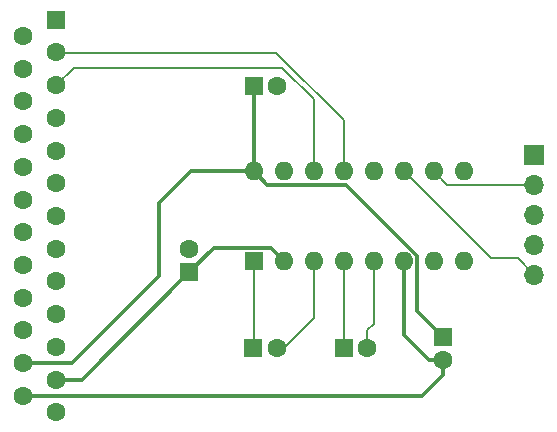
<source format=gbr>
%TF.GenerationSoftware,KiCad,Pcbnew,(6.0.2)*%
%TF.CreationDate,2022-02-18T17:48:51-06:00*%
%TF.ProjectId,RS232TTL_Adaper,52533233-3254-4544-9c5f-416461706572,rev?*%
%TF.SameCoordinates,Original*%
%TF.FileFunction,Copper,L1,Top*%
%TF.FilePolarity,Positive*%
%FSLAX46Y46*%
G04 Gerber Fmt 4.6, Leading zero omitted, Abs format (unit mm)*
G04 Created by KiCad (PCBNEW (6.0.2)) date 2022-02-18 17:48:51*
%MOMM*%
%LPD*%
G01*
G04 APERTURE LIST*
%TA.AperFunction,ComponentPad*%
%ADD10R,1.600000X1.600000*%
%TD*%
%TA.AperFunction,ComponentPad*%
%ADD11O,1.600000X1.600000*%
%TD*%
%TA.AperFunction,ComponentPad*%
%ADD12O,1.700000X1.700000*%
%TD*%
%TA.AperFunction,ComponentPad*%
%ADD13R,1.700000X1.700000*%
%TD*%
%TA.AperFunction,ComponentPad*%
%ADD14C,1.600000*%
%TD*%
%TA.AperFunction,Conductor*%
%ADD15C,0.304800*%
%TD*%
%TA.AperFunction,Conductor*%
%ADD16C,0.152400*%
%TD*%
G04 APERTURE END LIST*
D10*
%TO.P,U1,1,C1+*%
%TO.N,Net-(C1-Pad1)*%
X118237000Y-110363000D03*
D11*
%TO.P,U1,2,VS+*%
%TO.N,/VS+*%
X120777000Y-110363000D03*
%TO.P,U1,3,C1-*%
%TO.N,Net-(C1-Pad2)*%
X123317000Y-110363000D03*
%TO.P,U1,4,C2+*%
%TO.N,Net-(C2-Pad1)*%
X125857000Y-110363000D03*
%TO.P,U1,5,C2-*%
%TO.N,Net-(C2-Pad2)*%
X128397000Y-110363000D03*
%TO.P,U1,6,VS-*%
%TO.N,/VS-*%
X130937000Y-110363000D03*
%TO.P,U1,7,T2OUT*%
%TO.N,/CTS_232*%
X133477000Y-110363000D03*
%TO.P,U1,8,R2IN*%
%TO.N,/RTS_232*%
X136017000Y-110363000D03*
%TO.P,U1,9,R2OUT*%
%TO.N,/RTS_TTL*%
X136017000Y-102743000D03*
%TO.P,U1,10,T2IN*%
%TO.N,/CTS_TTL*%
X133477000Y-102743000D03*
%TO.P,U1,11,T1IN*%
%TO.N,/RX_TTL*%
X130937000Y-102743000D03*
%TO.P,U1,12,R1OUT*%
%TO.N,/TX_TTL*%
X128397000Y-102743000D03*
%TO.P,U1,13,R1IN*%
%TO.N,/TX_232*%
X125857000Y-102743000D03*
%TO.P,U1,14,T1OUT*%
%TO.N,/RX_232*%
X123317000Y-102743000D03*
%TO.P,U1,15,GND*%
%TO.N,GND*%
X120777000Y-102743000D03*
%TO.P,U1,16,VCC*%
%TO.N,+5V*%
X118237000Y-102743000D03*
%TD*%
D12*
%TO.P,J2,5,Pin_5*%
%TO.N,/RX_TTL*%
X141986000Y-111511000D03*
%TO.P,J2,4,Pin_4*%
%TO.N,/TX_TTL*%
X141986000Y-108971000D03*
%TO.P,J2,3,Pin_3*%
%TO.N,/RTS_TTL*%
X141986000Y-106431000D03*
%TO.P,J2,2,Pin_2*%
%TO.N,/CTS_TTL*%
X141986000Y-103891000D03*
D13*
%TO.P,J2,1,Pin_1*%
%TO.N,GND*%
X141986000Y-101351000D03*
%TD*%
D14*
%TO.P,J1,25,P25*%
%TO.N,/VS-*%
X98677331Y-121783000D03*
%TO.P,J1,24,P24*%
%TO.N,+5V*%
X98677331Y-119013000D03*
%TO.P,J1,23,P23*%
%TO.N,unconnected-(J1-Pad23)*%
X98677331Y-116243000D03*
%TO.P,J1,22,P22*%
%TO.N,unconnected-(J1-Pad22)*%
X98677331Y-113473000D03*
%TO.P,J1,21,P21*%
%TO.N,unconnected-(J1-Pad21)*%
X98677331Y-110703000D03*
%TO.P,J1,20,P20*%
%TO.N,unconnected-(J1-Pad20)*%
X98677331Y-107933000D03*
%TO.P,J1,19,P19*%
%TO.N,unconnected-(J1-Pad19)*%
X98677331Y-105163000D03*
%TO.P,J1,18,P18*%
%TO.N,unconnected-(J1-Pad18)*%
X98677331Y-102393000D03*
%TO.P,J1,17,P17*%
%TO.N,unconnected-(J1-Pad17)*%
X98677331Y-99623000D03*
%TO.P,J1,16,P16*%
%TO.N,unconnected-(J1-Pad16)*%
X98677331Y-96853000D03*
%TO.P,J1,15,P15*%
%TO.N,unconnected-(J1-Pad15)*%
X98677331Y-94083000D03*
%TO.P,J1,14,P14*%
%TO.N,unconnected-(J1-Pad14)*%
X98677331Y-91313000D03*
%TO.P,J1,13,13*%
%TO.N,unconnected-(J1-Pad13)*%
X101517331Y-123168000D03*
%TO.P,J1,12,12*%
%TO.N,/VS+*%
X101517331Y-120398000D03*
%TO.P,J1,11,11*%
%TO.N,unconnected-(J1-Pad11)*%
X101517331Y-117628000D03*
%TO.P,J1,10,10*%
%TO.N,unconnected-(J1-Pad10)*%
X101517331Y-114858000D03*
%TO.P,J1,9,9*%
%TO.N,unconnected-(J1-Pad9)*%
X101517331Y-112088000D03*
%TO.P,J1,8,8*%
%TO.N,unconnected-(J1-Pad8)*%
X101517331Y-109318000D03*
%TO.P,J1,7,7*%
%TO.N,GND*%
X101517331Y-106548000D03*
%TO.P,J1,6,6*%
%TO.N,unconnected-(J1-Pad6)*%
X101517331Y-103778000D03*
%TO.P,J1,5,5*%
%TO.N,/CTS_232*%
X101517331Y-101008000D03*
%TO.P,J1,4,4*%
%TO.N,/RTS_232*%
X101517331Y-98238000D03*
%TO.P,J1,3,3*%
%TO.N,/RX_232*%
X101517331Y-95468000D03*
%TO.P,J1,2,2*%
%TO.N,/TX_232*%
X101517331Y-92698000D03*
D10*
%TO.P,J1,1,1*%
%TO.N,unconnected-(J1-Pad1)*%
X101517331Y-89928000D03*
%TD*%
%TO.P,C5,1*%
%TO.N,+5V*%
X118237000Y-95504000D03*
D14*
%TO.P,C5,2*%
%TO.N,GND*%
X120237000Y-95504000D03*
%TD*%
D10*
%TO.P,C4,1*%
%TO.N,+5V*%
X134239000Y-116773888D03*
D14*
%TO.P,C4,2*%
%TO.N,/VS-*%
X134239000Y-118773888D03*
%TD*%
D10*
%TO.P,C3,1*%
%TO.N,/VS+*%
X112776000Y-111318113D03*
D14*
%TO.P,C3,2*%
%TO.N,GND*%
X112776000Y-109318113D03*
%TD*%
D10*
%TO.P,C2,1*%
%TO.N,Net-(C2-Pad1)*%
X125857000Y-117729000D03*
D14*
%TO.P,C2,2*%
%TO.N,Net-(C2-Pad2)*%
X127857000Y-117729000D03*
%TD*%
%TO.P,C1,2*%
%TO.N,Net-(C1-Pad2)*%
X120170888Y-117729000D03*
D10*
%TO.P,C1,1*%
%TO.N,Net-(C1-Pad1)*%
X118170888Y-117729000D03*
%TD*%
D15*
%TO.N,+5V*%
X110236000Y-111633000D02*
X110236000Y-105410000D01*
X102856000Y-119013000D02*
X110236000Y-111633000D01*
X112903000Y-102743000D02*
X118237000Y-102743000D01*
X98677331Y-119013000D02*
X102856000Y-119013000D01*
X110236000Y-105410000D02*
X112903000Y-102743000D01*
%TO.N,/VS+*%
X114835424Y-109258689D02*
X112776000Y-111318113D01*
X120777000Y-110363000D02*
X119672689Y-109258689D01*
X119672689Y-109258689D02*
X114835424Y-109258689D01*
%TO.N,/VS-*%
X133107630Y-118773888D02*
X134239000Y-118773888D01*
X130937000Y-116603258D02*
X133107630Y-118773888D01*
X130937000Y-110363000D02*
X130937000Y-116603258D01*
X132461000Y-121793000D02*
X134239000Y-120015000D01*
X125290628Y-121783000D02*
X125300628Y-121793000D01*
X134239000Y-120015000D02*
X134239000Y-118773888D01*
X125300628Y-121793000D02*
X132461000Y-121793000D01*
X98677331Y-121783000D02*
X125290628Y-121783000D01*
%TO.N,+5V*%
X119380000Y-103886000D02*
X118237000Y-102743000D01*
X134239000Y-116773884D02*
X132061509Y-114596393D01*
X132061509Y-114596393D02*
X132061509Y-109897215D01*
X132061509Y-109897215D02*
X126050294Y-103886000D01*
X126050294Y-103886000D02*
X119380000Y-103886000D01*
D16*
%TO.N,/TX_232*%
X125857000Y-98425000D02*
X125857000Y-102743000D01*
X120142000Y-92710000D02*
X125857000Y-98425000D01*
X101529331Y-92710000D02*
X120142000Y-92710000D01*
%TO.N,/RX_232*%
X123317000Y-102743000D02*
X123317000Y-96647000D01*
X120650000Y-93980000D02*
X123317000Y-96647000D01*
X103005331Y-93980000D02*
X120650000Y-93980000D01*
X101517331Y-95468000D02*
X103005331Y-93980000D01*
%TO.N,Net-(C2-Pad1)*%
X125857000Y-110363000D02*
X125857000Y-117729000D01*
D15*
%TO.N,+5V*%
X118237000Y-102743000D02*
X118237000Y-95504000D01*
%TO.N,/VS+*%
X103696113Y-120398000D02*
X112776000Y-111318113D01*
X101517331Y-120398000D02*
X103696113Y-120398000D01*
D16*
%TO.N,/RX_TTL*%
X130937000Y-102743000D02*
X138339511Y-110145511D01*
X138339511Y-110145511D02*
X140620511Y-110145511D01*
X140620511Y-110145511D02*
X141986000Y-111511000D01*
%TO.N,/CTS_TTL*%
X134625000Y-103891000D02*
X141986000Y-103891000D01*
X133477000Y-102743000D02*
X134625000Y-103891000D01*
%TO.N,Net-(C2-Pad2)*%
X128397000Y-110363000D02*
X128397000Y-115697000D01*
X128397000Y-115697000D02*
X127857000Y-116237000D01*
X127857000Y-116237000D02*
X127857000Y-117729000D01*
%TO.N,Net-(C1-Pad2)*%
X123317000Y-110363000D02*
X123317000Y-115217888D01*
X123317000Y-115217888D02*
X120805888Y-117729000D01*
%TO.N,Net-(C1-Pad1)*%
X118237000Y-110363000D02*
X118237000Y-117541116D01*
%TD*%
M02*

</source>
